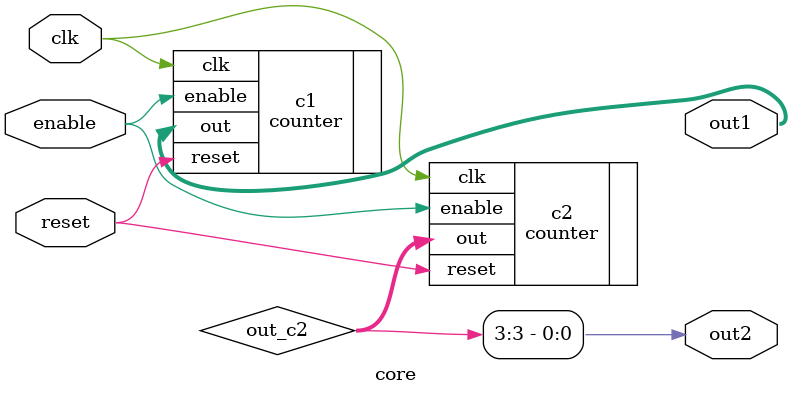
<source format=v>
/****************************************
 * Core example consisting of 2 counters
 * and some external circuitry
 ****************************************/

module  core(
	`ifdef USE_POWER_PINS
	        inout vccd1,	// User area 1 1.8V supply
	        inout vssd1,	// User area 1 digital ground
	`endif

		input enable,
		input clk,
		input reset,
		output [3:0] out1,
		output out2
		//output reg out2		
		);


wire [3:0] out_c2;

assign out2 = out_c2[3];

/*		
always @(posedge clk) begin
	if (reset) begin
		out2 <= 1'b0;
	end else begin
		out2 <= &out_c2;	
	end
	
end
*/
	
counter c1(`ifdef USE_POWER_PINS
	   .vccd1(vccd1),	// User area 1 1.8V power	
	   .vssd1(vssd1),	// User area 1 digital ground
	   `endif
	   .out(out1),
	   .enable(enable),
	   .clk(clk),
	   .reset(reset)
);

counter c2(`ifdef USE_POWER_PINS
	   .vccd1(vccd1),	// User area 1 1.8V power	
	   .vssd1(vssd1),	// User area 1 digital ground
	   `endif
	   .out(out_c2),
	   .enable(enable),
	   .clk(clk),
	   .reset(reset)
);	
	
endmodule

</source>
